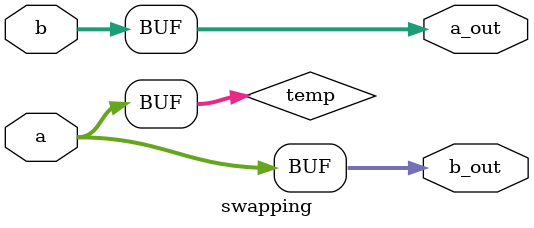
<source format=v>
module swapping(input [7:0]a,b, output reg [7:0] a_out,b_out);
  reg [7:0] temp;
  always @(*) begin
    temp=a;
    a_out=b;
    b_out=temp;
  end
endmodule

</source>
